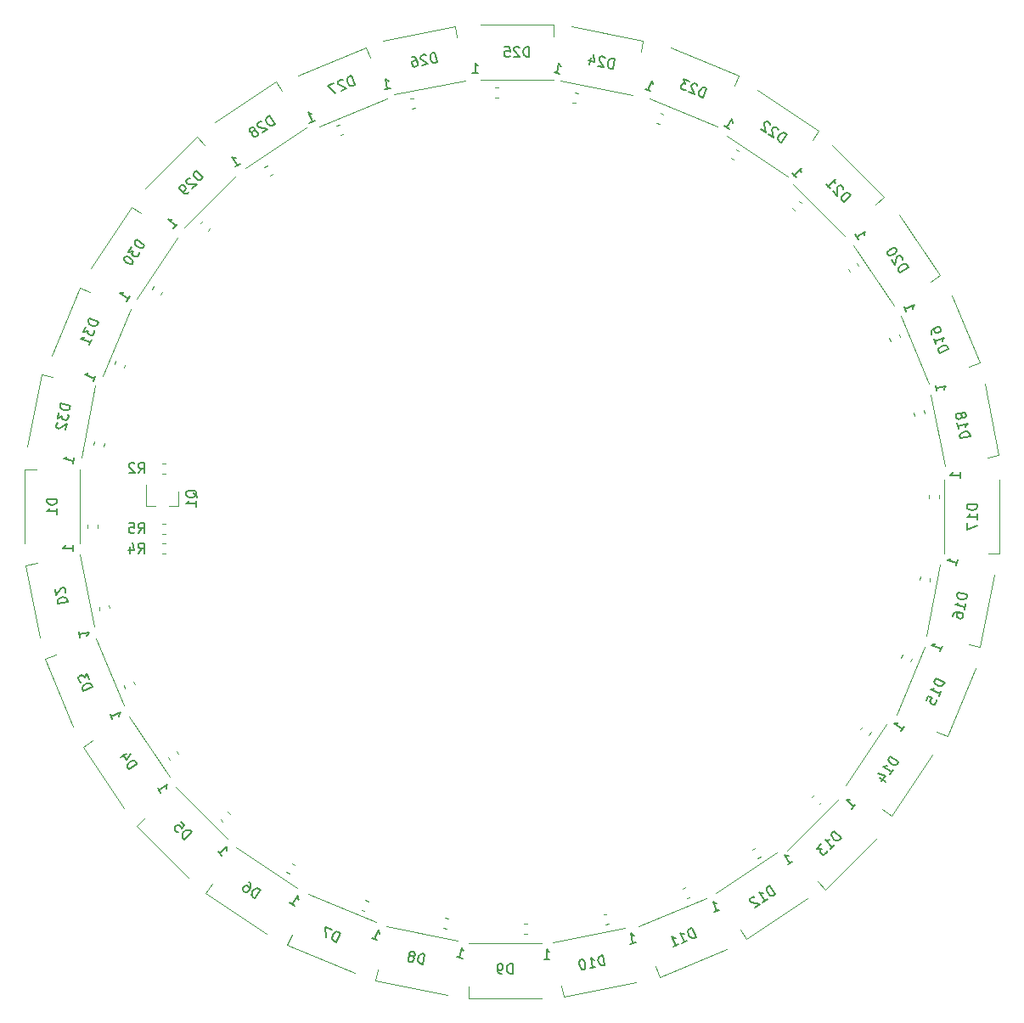
<source format=gbr>
G04 #@! TF.GenerationSoftware,KiCad,Pcbnew,(5.1.5-0-10_14)*
G04 #@! TF.CreationDate,2020-09-03T18:46:32+03:00*
G04 #@! TF.ProjectId,main,6d61696e-2e6b-4696-9361-645f70636258,rev?*
G04 #@! TF.SameCoordinates,Original*
G04 #@! TF.FileFunction,Legend,Bot*
G04 #@! TF.FilePolarity,Positive*
%FSLAX46Y46*%
G04 Gerber Fmt 4.6, Leading zero omitted, Abs format (unit mm)*
G04 Created by KiCad (PCBNEW (5.1.5-0-10_14)) date 2020-09-03 18:46:32*
%MOMM*%
%LPD*%
G04 APERTURE LIST*
%ADD10C,0.120000*%
%ADD11C,0.150000*%
G04 APERTURE END LIST*
D10*
X198150000Y-104955595D02*
X197000000Y-104955595D01*
X198150000Y-97655595D02*
X198150000Y-104955595D01*
X192650000Y-97655595D02*
X192650000Y-104955595D01*
X192109405Y-99145316D02*
X192109405Y-99470874D01*
X191089405Y-99145316D02*
X191089405Y-99470874D01*
X102603703Y-87145871D02*
X103731801Y-87369241D01*
X101185792Y-94306844D02*
X102603703Y-87145871D01*
X106581045Y-95375133D02*
X107998956Y-88214160D01*
X106417345Y-78476674D02*
X107479806Y-78916760D01*
X103623756Y-85220995D02*
X106417345Y-78476674D01*
X108705093Y-87325754D02*
X111498682Y-80581433D01*
X111616072Y-70421116D02*
X112572820Y-71059187D01*
X107565708Y-76494381D02*
X111616072Y-70421116D01*
X112141456Y-79546026D02*
X116191820Y-73472761D01*
X118095697Y-63431036D02*
X118908870Y-64244208D01*
X112933818Y-68592915D02*
X118095697Y-63431036D01*
X116822905Y-72482002D02*
X121984784Y-67320123D01*
X125984158Y-57926852D02*
X126623898Y-58882484D01*
X119917972Y-61987810D02*
X125984158Y-57926852D01*
X122977598Y-66558224D02*
X129043784Y-62497266D01*
X134968640Y-54492539D02*
X135408726Y-55555000D01*
X128224319Y-57286128D02*
X134968640Y-54492539D01*
X130329078Y-62367465D02*
X137073399Y-59573876D01*
X143821840Y-52398312D02*
X144047178Y-53526019D01*
X136663353Y-53828719D02*
X143821840Y-52398312D01*
X137741056Y-59222100D02*
X144899543Y-57791693D01*
X153670000Y-52250000D02*
X153670000Y-53400000D01*
X146370000Y-52250000D02*
X153670000Y-52250000D01*
X146370000Y-57750000D02*
X153670000Y-57750000D01*
X162609380Y-53860655D02*
X162386010Y-54988753D01*
X155448407Y-52442744D02*
X162609380Y-53860655D01*
X154380118Y-57837997D02*
X161541091Y-59255908D01*
X172132941Y-57299903D02*
X171692855Y-58362364D01*
X165388620Y-54506314D02*
X172132941Y-57299903D01*
X163283861Y-59587651D02*
X170028182Y-62381240D01*
X180102498Y-62834084D02*
X179464427Y-63790832D01*
X174029233Y-58783720D02*
X180102498Y-62834084D01*
X170977588Y-63359468D02*
X177050853Y-67409832D01*
X186586372Y-69413290D02*
X185773200Y-70226463D01*
X181424493Y-64251411D02*
X186586372Y-69413290D01*
X177535406Y-68140498D02*
X182697285Y-73302377D01*
X192240335Y-77229008D02*
X191284703Y-77868748D01*
X188179377Y-71162822D02*
X192240335Y-77229008D01*
X183608963Y-74222448D02*
X187669921Y-80288634D01*
X196164471Y-85956986D02*
X195102010Y-86397072D01*
X193370882Y-79212665D02*
X196164471Y-85956986D01*
X188289545Y-81317424D02*
X191083134Y-88061745D01*
X198086073Y-95194462D02*
X196958366Y-95419800D01*
X196655666Y-88035975D02*
X198086073Y-95194462D01*
X191262285Y-89113678D02*
X192692692Y-96272165D01*
X196217583Y-114283879D02*
X195089485Y-114060509D01*
X197635494Y-107122906D02*
X196217583Y-114283879D01*
X192240241Y-106054617D02*
X190822330Y-113215590D01*
X192936137Y-123185114D02*
X191873676Y-122745028D01*
X195729726Y-116440793D02*
X192936137Y-123185114D01*
X190648389Y-114336034D02*
X187854800Y-121080355D01*
X187390975Y-131132723D02*
X186434227Y-130494652D01*
X191441339Y-125059458D02*
X187390975Y-131132723D01*
X186865591Y-122007813D02*
X182815227Y-128081078D01*
X180815539Y-138496390D02*
X180002366Y-137683218D01*
X185977418Y-133334511D02*
X180815539Y-138496390D01*
X182088331Y-129445424D02*
X176926452Y-134607303D01*
X172938956Y-143430261D02*
X172299216Y-142474629D01*
X179005142Y-139369303D02*
X172938956Y-143430261D01*
X175945516Y-134798889D02*
X169879330Y-138859847D01*
X164243131Y-147207894D02*
X163803045Y-146145433D01*
X170987452Y-144414305D02*
X164243131Y-147207894D01*
X168882693Y-139332968D02*
X162138372Y-142126557D01*
X154708929Y-149186494D02*
X154483591Y-148058787D01*
X161867416Y-147756087D02*
X154708929Y-149186494D01*
X160789713Y-142362706D02*
X153631226Y-143793113D01*
X145198810Y-149315000D02*
X145198810Y-148165000D01*
X152498810Y-149315000D02*
X145198810Y-149315000D01*
X152498810Y-143815000D02*
X145198810Y-143815000D01*
X135907776Y-147583202D02*
X136131146Y-146455104D01*
X143068749Y-149001113D02*
X135907776Y-147583202D01*
X144137038Y-143605860D02*
X136976065Y-142187949D01*
X127128579Y-144039560D02*
X127568665Y-142977099D01*
X133872900Y-146833149D02*
X127128579Y-144039560D01*
X135977659Y-141751812D02*
X129233338Y-138958223D01*
X118967473Y-138859153D02*
X119605544Y-137902405D01*
X125040738Y-142909517D02*
X118967473Y-138859153D01*
X128092383Y-138333769D02*
X122019118Y-134283405D01*
X112132941Y-132151208D02*
X112946113Y-131338035D01*
X117294820Y-137313087D02*
X112132941Y-132151208D01*
X121183907Y-133424000D02*
X116022028Y-128262121D01*
X106768757Y-124282747D02*
X107724389Y-123643007D01*
X110829715Y-130348933D02*
X106768757Y-124282747D01*
X115400129Y-127289307D02*
X111339171Y-121223121D01*
X102999772Y-115525053D02*
X104062233Y-115084967D01*
X105793361Y-122269374D02*
X102999772Y-115525053D01*
X110874698Y-120164615D02*
X108081109Y-113420294D01*
X101041574Y-106178781D02*
X102169281Y-105953443D01*
X102471981Y-113337268D02*
X101041574Y-106178781D01*
X107865362Y-112259565D02*
X106434955Y-105101078D01*
X100971905Y-96636905D02*
X102121905Y-96636905D01*
X100971905Y-103936905D02*
X100971905Y-96636905D01*
X106471905Y-103936905D02*
X106471905Y-96636905D01*
X114649721Y-101990000D02*
X114975279Y-101990000D01*
X114649721Y-103010000D02*
X114975279Y-103010000D01*
X114649721Y-103990000D02*
X114975279Y-103990000D01*
X114649721Y-105010000D02*
X114975279Y-105010000D01*
X114649721Y-95990000D02*
X114975279Y-95990000D01*
X114649721Y-97010000D02*
X114975279Y-97010000D01*
X116230000Y-100260000D02*
X116230000Y-98800000D01*
X113070000Y-100260000D02*
X113070000Y-98100000D01*
X113070000Y-100260000D02*
X114000000Y-100260000D01*
X116230000Y-100260000D02*
X115300000Y-100260000D01*
X180380866Y-129766960D02*
X180150661Y-129997165D01*
X179659617Y-129045711D02*
X179429412Y-129275916D01*
X142998467Y-142381390D02*
X142679110Y-142318156D01*
X143196586Y-141380816D02*
X142877229Y-141317582D01*
X115420537Y-125558140D02*
X115239431Y-125287606D01*
X116268141Y-124990718D02*
X116087035Y-124720184D01*
X120683827Y-131707696D02*
X120453622Y-131477491D01*
X121405076Y-130986447D02*
X121174871Y-130756242D01*
X155782332Y-58992340D02*
X156101689Y-59055574D01*
X155584213Y-59992914D02*
X155903570Y-60056148D01*
X118468498Y-72052633D02*
X118698703Y-71822428D01*
X119189747Y-72773882D02*
X119419952Y-72543677D01*
X147837221Y-58490000D02*
X148162779Y-58490000D01*
X147837221Y-59510000D02*
X148162779Y-59510000D01*
X151064089Y-142955000D02*
X150738531Y-142955000D01*
X151064089Y-141935000D02*
X150738531Y-141935000D01*
X171904860Y-64699074D02*
X172175709Y-64879708D01*
X171338919Y-65547668D02*
X171609768Y-65728302D01*
X127309345Y-136922077D02*
X127038496Y-136741443D01*
X127875286Y-136073483D02*
X127604437Y-135892849D01*
X183925674Y-76025774D02*
X184106780Y-76296308D01*
X183078070Y-76593196D02*
X183259176Y-76863730D01*
X185309677Y-122790825D02*
X185129043Y-123061674D01*
X184461083Y-122224884D02*
X184280449Y-122495733D01*
X189383145Y-115456887D02*
X189258560Y-115757664D01*
X188440788Y-115066550D02*
X188316203Y-115367327D01*
X188105281Y-83119862D02*
X188229866Y-83420639D01*
X187162924Y-83510199D02*
X187287509Y-83810976D01*
X110958620Y-118433506D02*
X110834035Y-118132729D01*
X111900977Y-118043169D02*
X111776392Y-117742392D01*
X174309403Y-135172136D02*
X174038869Y-135353242D01*
X173741981Y-134324532D02*
X173471447Y-134505638D01*
X164312870Y-61074625D02*
X164613647Y-61199210D01*
X163922533Y-62016982D02*
X164223310Y-62141567D01*
X108417275Y-110632660D02*
X108353484Y-110313413D01*
X109417502Y-110432795D02*
X109353711Y-110113548D01*
X167233148Y-139236910D02*
X166932371Y-139361495D01*
X166842811Y-138294553D02*
X166542034Y-138419138D01*
X159159355Y-141933855D02*
X158840108Y-141997646D01*
X158959490Y-140933628D02*
X158640243Y-140997419D01*
X134833256Y-140628349D02*
X134532479Y-140503764D01*
X135223593Y-139685992D02*
X134922816Y-139561407D01*
X191229545Y-107452142D02*
X191166311Y-107771499D01*
X190228971Y-107254023D02*
X190165737Y-107573380D01*
X109871608Y-86077415D02*
X109996193Y-85776638D01*
X110813965Y-86467752D02*
X110938550Y-86166975D01*
X124852110Y-66482671D02*
X125122644Y-66301565D01*
X125419532Y-67330275D02*
X125690066Y-67149169D01*
X190583391Y-90717517D02*
X190647182Y-91036764D01*
X189583164Y-90917382D02*
X189646955Y-91236629D01*
X178191049Y-69814375D02*
X178421254Y-70044580D01*
X177469800Y-70535624D02*
X177700005Y-70765829D01*
X107827366Y-94126204D02*
X107890600Y-93806847D01*
X108827940Y-94324323D02*
X108891174Y-94004966D01*
X107211905Y-102449684D02*
X107211905Y-102124126D01*
X108231905Y-102449684D02*
X108231905Y-102124126D01*
X132032018Y-62311519D02*
X132332795Y-62186934D01*
X132422355Y-63253876D02*
X132723132Y-63129291D01*
X113625284Y-78618779D02*
X113805918Y-78347930D01*
X114473878Y-79184720D02*
X114654512Y-78913871D01*
X139367496Y-59631338D02*
X139686743Y-59567547D01*
X139567361Y-60631565D02*
X139886608Y-60567774D01*
D11*
X195907380Y-100091309D02*
X194907380Y-100091309D01*
X194907380Y-100329404D01*
X194955000Y-100472261D01*
X195050238Y-100567499D01*
X195145476Y-100615118D01*
X195335952Y-100662737D01*
X195478809Y-100662737D01*
X195669285Y-100615118D01*
X195764523Y-100567499D01*
X195859761Y-100472261D01*
X195907380Y-100329404D01*
X195907380Y-100091309D01*
X195907380Y-101615118D02*
X195907380Y-101043690D01*
X195907380Y-101329404D02*
X194907380Y-101329404D01*
X195050238Y-101234166D01*
X195145476Y-101138928D01*
X195193095Y-101043690D01*
X194907380Y-101948452D02*
X194907380Y-102615118D01*
X195907380Y-102186547D01*
X194252380Y-97441309D02*
X194252380Y-96869880D01*
X194252380Y-97155595D02*
X193252380Y-97155595D01*
X193395238Y-97060356D01*
X193490476Y-96965118D01*
X193538095Y-96869880D01*
X105503540Y-90223445D02*
X104522585Y-90029210D01*
X104476338Y-90262771D01*
X104495303Y-90412157D01*
X104570229Y-90524080D01*
X104654404Y-90589290D01*
X104832003Y-90672999D01*
X104972140Y-90700747D01*
X105168237Y-90691032D01*
X105270911Y-90662818D01*
X105382834Y-90587893D01*
X105457294Y-90457005D01*
X105503540Y-90223445D01*
X104346849Y-90916741D02*
X104226609Y-91523999D01*
X104665051Y-91271008D01*
X104637303Y-91411144D01*
X104665516Y-91513818D01*
X104702979Y-91569779D01*
X104787154Y-91634990D01*
X105020715Y-91681236D01*
X105123389Y-91653023D01*
X105179350Y-91615560D01*
X105244561Y-91531385D01*
X105300056Y-91251112D01*
X105271843Y-91148438D01*
X105234380Y-91092477D01*
X104246039Y-91916195D02*
X104190077Y-91953658D01*
X104124867Y-92037833D01*
X104078621Y-92271393D01*
X104106834Y-92374067D01*
X104144297Y-92430028D01*
X104228472Y-92495239D01*
X104321896Y-92513738D01*
X104471282Y-92494773D01*
X105142819Y-92045218D01*
X105022579Y-92652476D01*
X105744099Y-96010381D02*
X105855090Y-95449836D01*
X105799595Y-95730108D02*
X104818640Y-95535874D01*
X104977275Y-95470198D01*
X105089198Y-95395272D01*
X105154408Y-95311097D01*
X108314508Y-81898902D02*
X107390628Y-81516219D01*
X107299513Y-81736190D01*
X107288839Y-81886396D01*
X107340381Y-82010831D01*
X107410147Y-82091271D01*
X107567901Y-82208157D01*
X107699883Y-82262826D01*
X107894083Y-82291724D01*
X108000295Y-82284176D01*
X108124730Y-82232634D01*
X108223393Y-82118874D01*
X108314508Y-81898902D01*
X107044391Y-82352110D02*
X106807492Y-82924035D01*
X107287007Y-82761860D01*
X107232338Y-82893843D01*
X107239886Y-83000054D01*
X107265657Y-83062271D01*
X107335423Y-83142712D01*
X107555394Y-83233827D01*
X107661606Y-83226279D01*
X107723823Y-83200507D01*
X107804263Y-83130742D01*
X107913602Y-82866776D01*
X107906053Y-82760565D01*
X107880282Y-82698347D01*
X107366911Y-84186604D02*
X107585587Y-83658673D01*
X107476249Y-83922639D02*
X106552370Y-83539955D01*
X106720798Y-83506636D01*
X106845233Y-83455093D01*
X106925673Y-83385328D01*
X107759897Y-87784692D02*
X107978573Y-87256761D01*
X107869235Y-87520726D02*
X106945355Y-87138043D01*
X107113784Y-87104723D01*
X107238219Y-87053181D01*
X107318659Y-86983415D01*
X112912224Y-74213245D02*
X112080270Y-73658400D01*
X111948164Y-73856484D01*
X111908518Y-74001756D01*
X111934909Y-74133832D01*
X111987722Y-74226291D01*
X112119768Y-74371593D01*
X112238619Y-74450856D01*
X112423507Y-74516924D01*
X112529162Y-74530150D01*
X112661238Y-74503758D01*
X112780119Y-74411329D01*
X112912224Y-74213245D01*
X111578268Y-74411121D02*
X111234793Y-74926140D01*
X111736676Y-74860191D01*
X111657413Y-74979042D01*
X111644187Y-75084696D01*
X111657383Y-75150735D01*
X111710195Y-75243194D01*
X111908280Y-75375300D01*
X112013935Y-75388525D01*
X112079973Y-75375329D01*
X112172432Y-75322517D01*
X112330959Y-75084816D01*
X112344184Y-74979161D01*
X112330989Y-74913123D01*
X110891318Y-75441159D02*
X110838476Y-75520393D01*
X110825250Y-75626048D01*
X110838446Y-75692086D01*
X110891258Y-75784545D01*
X111023305Y-75929846D01*
X111221389Y-76061952D01*
X111406278Y-76128020D01*
X111511932Y-76141245D01*
X111577970Y-76128050D01*
X111670430Y-76075237D01*
X111723272Y-75996003D01*
X111736497Y-75890348D01*
X111723302Y-75824310D01*
X111670489Y-75731851D01*
X111538443Y-75586550D01*
X111340359Y-75454444D01*
X111155470Y-75388376D01*
X111049815Y-75375151D01*
X110983777Y-75388346D01*
X110891318Y-75441159D01*
X111125119Y-79812634D02*
X111442173Y-79337231D01*
X111283646Y-79574933D02*
X110451692Y-79020088D01*
X110623384Y-79020118D01*
X110755461Y-78993726D01*
X110847920Y-78940914D01*
X118722665Y-67502623D02*
X118015558Y-66795517D01*
X117847199Y-66963875D01*
X117779856Y-67098562D01*
X117779856Y-67233249D01*
X117813528Y-67334265D01*
X117914543Y-67502623D01*
X118015558Y-67603639D01*
X118183917Y-67704654D01*
X118284932Y-67738326D01*
X118419619Y-67738326D01*
X118554306Y-67670982D01*
X118722665Y-67502623D01*
X117409466Y-67536295D02*
X117342123Y-67536295D01*
X117241108Y-67569967D01*
X117072749Y-67738326D01*
X117039077Y-67839341D01*
X117039077Y-67906684D01*
X117072749Y-68007700D01*
X117140092Y-68075043D01*
X117274779Y-68142387D01*
X118082902Y-68142387D01*
X117645169Y-68580120D01*
X117308451Y-68916837D02*
X117173764Y-69051524D01*
X117072749Y-69085196D01*
X117005405Y-69085196D01*
X116837047Y-69051524D01*
X116668688Y-68950509D01*
X116399314Y-68681135D01*
X116365642Y-68580120D01*
X116365642Y-68512776D01*
X116399314Y-68411761D01*
X116534001Y-68277074D01*
X116635016Y-68243402D01*
X116702360Y-68243402D01*
X116803375Y-68277074D01*
X116971734Y-68445433D01*
X117005405Y-68546448D01*
X117005405Y-68613791D01*
X116971734Y-68714807D01*
X116837047Y-68849494D01*
X116736031Y-68883165D01*
X116668688Y-68883165D01*
X116567673Y-68849494D01*
X115774030Y-72544295D02*
X116178091Y-72140234D01*
X115976060Y-72342264D02*
X115268953Y-71635157D01*
X115437312Y-71668829D01*
X115571999Y-71668829D01*
X115673014Y-71635157D01*
X125875099Y-62142393D02*
X125318803Y-61311409D01*
X125120950Y-61443860D01*
X125028728Y-61562902D01*
X125002567Y-61695023D01*
X125015977Y-61800655D01*
X125082367Y-61985428D01*
X125161838Y-62104140D01*
X125307370Y-62235933D01*
X125399921Y-62288584D01*
X125532043Y-62314745D01*
X125677245Y-62274845D01*
X125875099Y-62142393D01*
X124580370Y-61920355D02*
X124514309Y-61907275D01*
X124408677Y-61920685D01*
X124210824Y-62053136D01*
X124158173Y-62145687D01*
X124145092Y-62211748D01*
X124158502Y-62317380D01*
X124211483Y-62396521D01*
X124330524Y-62488743D01*
X125123256Y-62645708D01*
X124608837Y-62990082D01*
X123816105Y-62833117D02*
X123868756Y-62740566D01*
X123881837Y-62674505D01*
X123868427Y-62568873D01*
X123841937Y-62529302D01*
X123749385Y-62476651D01*
X123683324Y-62463571D01*
X123577693Y-62476981D01*
X123419410Y-62582942D01*
X123366759Y-62675493D01*
X123353678Y-62741554D01*
X123367088Y-62847185D01*
X123393579Y-62886756D01*
X123486130Y-62939407D01*
X123552191Y-62952488D01*
X123657822Y-62939078D01*
X123816105Y-62833117D01*
X123921737Y-62819707D01*
X123987798Y-62832787D01*
X124080349Y-62885438D01*
X124186310Y-63043721D01*
X124199720Y-63149353D01*
X124186639Y-63215414D01*
X124133988Y-63307965D01*
X123975706Y-63413926D01*
X123870074Y-63427336D01*
X123804013Y-63414255D01*
X123711462Y-63361604D01*
X123605501Y-63203322D01*
X123592091Y-63097690D01*
X123605171Y-63031629D01*
X123657822Y-62939078D01*
X121936598Y-66415603D02*
X122411446Y-66097719D01*
X122174022Y-66256661D02*
X121617726Y-65425677D01*
X121776339Y-65491408D01*
X121908461Y-65517569D01*
X122014092Y-65504159D01*
X133890255Y-58253917D02*
X133507571Y-57330037D01*
X133287600Y-57421153D01*
X133173840Y-57519816D01*
X133122298Y-57644250D01*
X133114750Y-57750462D01*
X133143648Y-57944662D01*
X133198317Y-58076645D01*
X133315203Y-58234399D01*
X133395643Y-58304164D01*
X133520078Y-58355707D01*
X133670284Y-58345032D01*
X133890255Y-58253917D01*
X132664132Y-57782486D02*
X132601915Y-57756715D01*
X132495703Y-57749167D01*
X132275732Y-57840282D01*
X132205967Y-57920722D01*
X132180195Y-57982940D01*
X132172647Y-58089151D01*
X132209093Y-58177140D01*
X132307756Y-58290899D01*
X133054364Y-58600154D01*
X132482438Y-58837054D01*
X131791795Y-58040735D02*
X131175876Y-58295858D01*
X131954507Y-59055730D01*
X129336205Y-62023628D02*
X129864136Y-61804952D01*
X129600170Y-61914290D02*
X129217487Y-60990410D01*
X129360144Y-61085947D01*
X129484579Y-61137490D01*
X129590790Y-61145038D01*
X142056917Y-55996270D02*
X141860971Y-55015656D01*
X141627491Y-55062309D01*
X141496734Y-55136998D01*
X141422004Y-55249051D01*
X141393970Y-55351774D01*
X141384597Y-55547888D01*
X141412589Y-55687976D01*
X141496608Y-55865429D01*
X141561966Y-55949490D01*
X141674019Y-56024221D01*
X141823437Y-56042924D01*
X142056917Y-55996270D01*
X140945714Y-55295663D02*
X140889687Y-55258298D01*
X140786964Y-55230263D01*
X140553485Y-55276917D01*
X140469424Y-55342275D01*
X140432059Y-55398301D01*
X140404024Y-55501024D01*
X140422686Y-55594416D01*
X140497374Y-55725173D01*
X141169694Y-56173555D01*
X140562647Y-56294855D01*
X139526174Y-55482194D02*
X139712958Y-55444871D01*
X139815681Y-55472905D01*
X139871707Y-55510271D01*
X139993091Y-55631697D01*
X140077111Y-55809150D01*
X140151757Y-56182717D01*
X140123722Y-56285440D01*
X140086357Y-56341467D01*
X140002296Y-56406824D01*
X139815512Y-56444147D01*
X139712790Y-56416113D01*
X139656763Y-56378748D01*
X139591405Y-56294687D01*
X139544752Y-56061207D01*
X139572786Y-55958484D01*
X139610151Y-55902457D01*
X139694212Y-55837100D01*
X139880996Y-55799777D01*
X139983719Y-55827811D01*
X140039745Y-55865177D01*
X140105103Y-55949238D01*
X136833877Y-58691962D02*
X137394228Y-58579992D01*
X137114053Y-58635977D02*
X136918107Y-57655362D01*
X137039491Y-57776789D01*
X137151544Y-57851519D01*
X137254267Y-57879553D01*
X151234285Y-55452380D02*
X151234285Y-54452380D01*
X150996190Y-54452380D01*
X150853333Y-54500000D01*
X150758095Y-54595238D01*
X150710476Y-54690476D01*
X150662857Y-54880952D01*
X150662857Y-55023809D01*
X150710476Y-55214285D01*
X150758095Y-55309523D01*
X150853333Y-55404761D01*
X150996190Y-55452380D01*
X151234285Y-55452380D01*
X150281904Y-54547619D02*
X150234285Y-54500000D01*
X150139047Y-54452380D01*
X149900952Y-54452380D01*
X149805714Y-54500000D01*
X149758095Y-54547619D01*
X149710476Y-54642857D01*
X149710476Y-54738095D01*
X149758095Y-54880952D01*
X150329523Y-55452380D01*
X149710476Y-55452380D01*
X148805714Y-54452380D02*
X149281904Y-54452380D01*
X149329523Y-54928571D01*
X149281904Y-54880952D01*
X149186666Y-54833333D01*
X148948571Y-54833333D01*
X148853333Y-54880952D01*
X148805714Y-54928571D01*
X148758095Y-55023809D01*
X148758095Y-55261904D01*
X148805714Y-55357142D01*
X148853333Y-55404761D01*
X148948571Y-55452380D01*
X149186666Y-55452380D01*
X149281904Y-55404761D01*
X149329523Y-55357142D01*
X145584285Y-57052380D02*
X146155714Y-57052380D01*
X145870000Y-57052380D02*
X145870000Y-56052380D01*
X145965238Y-56195238D01*
X146060476Y-56290476D01*
X146155714Y-56338095D01*
X159574732Y-56646662D02*
X159768967Y-55665707D01*
X159535406Y-55619460D01*
X159386020Y-55638425D01*
X159274097Y-55713351D01*
X159208887Y-55797526D01*
X159125178Y-55975125D01*
X159097430Y-56115262D01*
X159107145Y-56311359D01*
X159135359Y-56414033D01*
X159210284Y-56525956D01*
X159341172Y-56600416D01*
X159574732Y-56646662D01*
X158816225Y-55574146D02*
X158778762Y-55518185D01*
X158694587Y-55452974D01*
X158461027Y-55406728D01*
X158358353Y-55434941D01*
X158302392Y-55472404D01*
X158237181Y-55556579D01*
X158218682Y-55650004D01*
X158237647Y-55799389D01*
X158687202Y-56470926D01*
X158079944Y-56350686D01*
X157368614Y-55530229D02*
X157239125Y-56184199D01*
X157676169Y-55202778D02*
X157770991Y-55949707D01*
X157163733Y-55829466D01*
X153744869Y-57001051D02*
X154305414Y-57112042D01*
X154025142Y-57056547D02*
X154219376Y-56075592D01*
X154285052Y-56234227D01*
X154359978Y-56346150D01*
X154444153Y-56411360D01*
X168565292Y-59548140D02*
X168947975Y-58624260D01*
X168728004Y-58533145D01*
X168577798Y-58522471D01*
X168453363Y-58574013D01*
X168372923Y-58643779D01*
X168256037Y-58801533D01*
X168201368Y-58933515D01*
X168172470Y-59127715D01*
X168180018Y-59233927D01*
X168231560Y-59358362D01*
X168345320Y-59457025D01*
X168565292Y-59548140D01*
X168031644Y-58347789D02*
X168005872Y-58285571D01*
X167936107Y-58205131D01*
X167716136Y-58114016D01*
X167609924Y-58121564D01*
X167547707Y-58147335D01*
X167467266Y-58217101D01*
X167430820Y-58305089D01*
X167420146Y-58455295D01*
X167729401Y-59201903D01*
X167157475Y-58965003D01*
X167232199Y-57913563D02*
X166660273Y-57676663D01*
X166822449Y-58156179D01*
X166690466Y-58101510D01*
X166584255Y-58109058D01*
X166522037Y-58134829D01*
X166441597Y-58204595D01*
X166350482Y-58424566D01*
X166358030Y-58530777D01*
X166383801Y-58592995D01*
X166453567Y-58673435D01*
X166717532Y-58782773D01*
X166823744Y-58775225D01*
X166885961Y-58749454D01*
X162824922Y-58642455D02*
X163352853Y-58861131D01*
X163088888Y-58751793D02*
X163471571Y-57827913D01*
X163504891Y-57996342D01*
X163556433Y-58120777D01*
X163626199Y-58201217D01*
X176376949Y-64030401D02*
X176931794Y-63198447D01*
X176733710Y-63066341D01*
X176588438Y-63026695D01*
X176456362Y-63053086D01*
X176363903Y-63105899D01*
X176218601Y-63237945D01*
X176139338Y-63356796D01*
X176073270Y-63541684D01*
X176060044Y-63647339D01*
X176086436Y-63779415D01*
X176178865Y-63898296D01*
X176376949Y-64030401D01*
X176086614Y-62749258D02*
X176073419Y-62683220D01*
X176020606Y-62590760D01*
X175822522Y-62458655D01*
X175716867Y-62445429D01*
X175650829Y-62458625D01*
X175558370Y-62511437D01*
X175505527Y-62590671D01*
X175465881Y-62735943D01*
X175624229Y-63528399D01*
X175109210Y-63184924D01*
X175294277Y-62220834D02*
X175281081Y-62154796D01*
X175228269Y-62062337D01*
X175030184Y-61930231D01*
X174924530Y-61917006D01*
X174858492Y-61930202D01*
X174766032Y-61983014D01*
X174713190Y-62062248D01*
X174673543Y-62207520D01*
X174831892Y-62999976D01*
X174316873Y-62656501D01*
X170710979Y-62343131D02*
X171186382Y-62660185D01*
X170948680Y-62501658D02*
X171503525Y-61669704D01*
X171503495Y-61841396D01*
X171529887Y-61973473D01*
X171582699Y-62065932D01*
X182613779Y-69941263D02*
X183320885Y-69234156D01*
X183152527Y-69065797D01*
X183017840Y-68998454D01*
X182883153Y-68998454D01*
X182782137Y-69032126D01*
X182613779Y-69133141D01*
X182512763Y-69234156D01*
X182411748Y-69402515D01*
X182378076Y-69503530D01*
X182378076Y-69638217D01*
X182445420Y-69772904D01*
X182613779Y-69941263D01*
X182580107Y-68628064D02*
X182580107Y-68560721D01*
X182546435Y-68459706D01*
X182378076Y-68291347D01*
X182277061Y-68257675D01*
X182209718Y-68257675D01*
X182108702Y-68291347D01*
X182041359Y-68358690D01*
X181974015Y-68493377D01*
X181974015Y-69301500D01*
X181536282Y-68863767D01*
X180862847Y-68190332D02*
X181266908Y-68594393D01*
X181064878Y-68392362D02*
X181771985Y-67685255D01*
X181738313Y-67853614D01*
X181738313Y-67988301D01*
X181771985Y-68089316D01*
X177473112Y-67091623D02*
X177877173Y-67495684D01*
X177675143Y-67293653D02*
X178382250Y-66586546D01*
X178348578Y-66754905D01*
X178348578Y-66889592D01*
X178382250Y-66990607D01*
X188224229Y-76986438D02*
X189055213Y-76430142D01*
X188922762Y-76232289D01*
X188803720Y-76140067D01*
X188671599Y-76113906D01*
X188565967Y-76127316D01*
X188381194Y-76193706D01*
X188262482Y-76273177D01*
X188130689Y-76418709D01*
X188078038Y-76511260D01*
X188051877Y-76643382D01*
X188091777Y-76788584D01*
X188224229Y-76986438D01*
X188446267Y-75691709D02*
X188459347Y-75625648D01*
X188445937Y-75520016D01*
X188313486Y-75322163D01*
X188220935Y-75269512D01*
X188154874Y-75256431D01*
X188049242Y-75269841D01*
X187970101Y-75322822D01*
X187877879Y-75441863D01*
X187720914Y-76234595D01*
X187376540Y-75720176D01*
X187863151Y-74649461D02*
X187810171Y-74570320D01*
X187717619Y-74517669D01*
X187651558Y-74504588D01*
X187545927Y-74517998D01*
X187361154Y-74584388D01*
X187163300Y-74716840D01*
X187031508Y-74862371D01*
X186978857Y-74954923D01*
X186965776Y-75020984D01*
X186979186Y-75126615D01*
X187032167Y-75205757D01*
X187124718Y-75258408D01*
X187190779Y-75271488D01*
X187296411Y-75258078D01*
X187481184Y-75191688D01*
X187679037Y-75059237D01*
X187810830Y-74913705D01*
X187863481Y-74821154D01*
X187876561Y-74755093D01*
X187863151Y-74649461D01*
X183751583Y-73181448D02*
X184069467Y-73656296D01*
X183910525Y-73418872D02*
X184741509Y-72862576D01*
X184675778Y-73021189D01*
X184649617Y-73153311D01*
X184663027Y-73258942D01*
X192162883Y-84978099D02*
X193086763Y-84595415D01*
X192995647Y-84375444D01*
X192896984Y-84261684D01*
X192772550Y-84210142D01*
X192666338Y-84202594D01*
X192472138Y-84231492D01*
X192340155Y-84286161D01*
X192182401Y-84403047D01*
X192112636Y-84483487D01*
X192061093Y-84607922D01*
X192071768Y-84758128D01*
X192162883Y-84978099D01*
X191579746Y-83570282D02*
X191798423Y-84098214D01*
X191689084Y-83834248D02*
X192612964Y-83451565D01*
X192517427Y-83594222D01*
X192465885Y-83718657D01*
X192458337Y-83824868D01*
X191397516Y-83130340D02*
X191324624Y-82954363D01*
X191332172Y-82848151D01*
X191357944Y-82785934D01*
X191453480Y-82643276D01*
X191611234Y-82526390D01*
X191963188Y-82380606D01*
X192069400Y-82388154D01*
X192131617Y-82413925D01*
X192212058Y-82483691D01*
X192284950Y-82659668D01*
X192277401Y-82765879D01*
X192251630Y-82828097D01*
X192181865Y-82908537D01*
X191961893Y-82999652D01*
X191855682Y-82992104D01*
X191793465Y-82966333D01*
X191713024Y-82896567D01*
X191640132Y-82720590D01*
X191647680Y-82614379D01*
X191673452Y-82552161D01*
X191743217Y-82471721D01*
X188633381Y-80324551D02*
X188852057Y-80852482D01*
X188742719Y-80588516D02*
X189666599Y-80205833D01*
X189571062Y-80348490D01*
X189519519Y-80472925D01*
X189511971Y-80579136D01*
X194233154Y-93480485D02*
X195213768Y-93284539D01*
X195167115Y-93051059D01*
X195092426Y-92920302D01*
X194980373Y-92845572D01*
X194877650Y-92817538D01*
X194681536Y-92808165D01*
X194541448Y-92836157D01*
X194363995Y-92920176D01*
X194279934Y-92985534D01*
X194205203Y-93097587D01*
X194186500Y-93247005D01*
X194233154Y-93480485D01*
X193934569Y-91986215D02*
X194046538Y-92546566D01*
X193990554Y-92266391D02*
X194971168Y-92070445D01*
X194849742Y-92191829D01*
X194775012Y-92303882D01*
X194746977Y-92406605D01*
X194382951Y-91313895D02*
X194448309Y-91397956D01*
X194504335Y-91435321D01*
X194607058Y-91463355D01*
X194653754Y-91454025D01*
X194737815Y-91388667D01*
X194775180Y-91332640D01*
X194803215Y-91229918D01*
X194765891Y-91043134D01*
X194700534Y-90959073D01*
X194644507Y-90921708D01*
X194541785Y-90893673D01*
X194495089Y-90903004D01*
X194411028Y-90968362D01*
X194373662Y-91024388D01*
X194345628Y-91127111D01*
X194382951Y-91313895D01*
X194354917Y-91416617D01*
X194317552Y-91472644D01*
X194233490Y-91538002D01*
X194046707Y-91575325D01*
X193943984Y-91547290D01*
X193887957Y-91509925D01*
X193822600Y-91425864D01*
X193785277Y-91239080D01*
X193813311Y-91136358D01*
X193850676Y-91080331D01*
X193934737Y-91014973D01*
X194121521Y-90977650D01*
X194224244Y-91005685D01*
X194280271Y-91043050D01*
X194345628Y-91127111D01*
X191792422Y-88206499D02*
X191904392Y-88766850D01*
X191848407Y-88486675D02*
X192829022Y-88290729D01*
X192707595Y-88412113D01*
X192632865Y-88524166D01*
X192604831Y-88626889D01*
X194928152Y-109069841D02*
X193947197Y-108875606D01*
X193900950Y-109109167D01*
X193919915Y-109258553D01*
X193994841Y-109370476D01*
X194079016Y-109435686D01*
X194256615Y-109519395D01*
X194396752Y-109547143D01*
X194592849Y-109537428D01*
X194695523Y-109509214D01*
X194807446Y-109434289D01*
X194881906Y-109303401D01*
X194928152Y-109069841D01*
X194632176Y-110564629D02*
X194743167Y-110004084D01*
X194687671Y-110284356D02*
X193706716Y-110090122D01*
X193865351Y-110024446D01*
X193977274Y-109949520D01*
X194042485Y-109865345D01*
X193484734Y-111211214D02*
X193521731Y-111024365D01*
X193586942Y-110940190D01*
X193642903Y-110902727D01*
X193801538Y-110837051D01*
X193997636Y-110827336D01*
X194371333Y-110901330D01*
X194455508Y-110966540D01*
X194492971Y-111022502D01*
X194521185Y-111125175D01*
X194484188Y-111312024D01*
X194418977Y-111396199D01*
X194363016Y-111433662D01*
X194260342Y-111461875D01*
X194026781Y-111415629D01*
X193942606Y-111350418D01*
X193905143Y-111294457D01*
X193876930Y-111191783D01*
X193913927Y-111004935D01*
X193979137Y-110920760D01*
X194035099Y-110883297D01*
X194137772Y-110855083D01*
X193853725Y-106155649D02*
X193964716Y-105595104D01*
X193909221Y-105875376D02*
X192928266Y-105681142D01*
X193086901Y-105615466D01*
X193198824Y-105540540D01*
X193264034Y-105456365D01*
X192674895Y-117811838D02*
X191751015Y-117429155D01*
X191659900Y-117649126D01*
X191649226Y-117799332D01*
X191700768Y-117923767D01*
X191770534Y-118004207D01*
X191928288Y-118121093D01*
X192060270Y-118175762D01*
X192254470Y-118204660D01*
X192360682Y-118197112D01*
X192485117Y-118145570D01*
X192583780Y-118031810D01*
X192674895Y-117811838D01*
X192091758Y-119219655D02*
X192310435Y-118691724D01*
X192201096Y-118955689D02*
X191277217Y-118573006D01*
X191445646Y-118539686D01*
X191570080Y-118488144D01*
X191650521Y-118418378D01*
X190821641Y-119672862D02*
X191003872Y-119232920D01*
X191462037Y-119371156D01*
X191399820Y-119396927D01*
X191319380Y-119466693D01*
X191228265Y-119686664D01*
X191235813Y-119792875D01*
X191261584Y-119855093D01*
X191331350Y-119935533D01*
X191551321Y-120026648D01*
X191657532Y-120019100D01*
X191719750Y-119993329D01*
X191800190Y-119923563D01*
X191891305Y-119703592D01*
X191883757Y-119597380D01*
X191857986Y-119535163D01*
X192210799Y-114751264D02*
X192429475Y-114223333D01*
X192320137Y-114487298D02*
X191396257Y-114104615D01*
X191564686Y-114071295D01*
X191689121Y-114019753D01*
X191769561Y-113949987D01*
X188078548Y-125744458D02*
X187246594Y-125189613D01*
X187114488Y-125387697D01*
X187074842Y-125532969D01*
X187101233Y-125665045D01*
X187154046Y-125757504D01*
X187286092Y-125902806D01*
X187404943Y-125982069D01*
X187589831Y-126048137D01*
X187695486Y-126061363D01*
X187827562Y-126034971D01*
X187946443Y-125942542D01*
X188078548Y-125744458D01*
X187233071Y-127012197D02*
X187550125Y-126536795D01*
X187391598Y-126774496D02*
X186559644Y-126219652D01*
X186731337Y-126219681D01*
X186863413Y-126193290D01*
X186955872Y-126140477D01*
X186202854Y-127355404D02*
X186757490Y-127725301D01*
X186018025Y-126945951D02*
X186744384Y-127144184D01*
X186400909Y-127659203D01*
X188317594Y-122718609D02*
X188634648Y-122243206D01*
X188476121Y-122480908D02*
X187644167Y-121926063D01*
X187815859Y-121926093D01*
X187947936Y-121899701D01*
X188040395Y-121846889D01*
X182347603Y-133375589D02*
X181640496Y-132668483D01*
X181472137Y-132836841D01*
X181404794Y-132971528D01*
X181404794Y-133106215D01*
X181438466Y-133207231D01*
X181539481Y-133375589D01*
X181640496Y-133476605D01*
X181808855Y-133577620D01*
X181909870Y-133611292D01*
X182044557Y-133611292D01*
X182179244Y-133543948D01*
X182347603Y-133375589D01*
X181270107Y-134453086D02*
X181674168Y-134049025D01*
X181472137Y-134251055D02*
X180765030Y-133543948D01*
X180933389Y-133577620D01*
X181068076Y-133577620D01*
X181169092Y-133543948D01*
X180327298Y-133981681D02*
X179889565Y-134419414D01*
X180394641Y-134453086D01*
X180293626Y-134554101D01*
X180259954Y-134655116D01*
X180259954Y-134722460D01*
X180293626Y-134823475D01*
X180461985Y-134991834D01*
X180563000Y-135025505D01*
X180630343Y-135025505D01*
X180731359Y-134991834D01*
X180933389Y-134789803D01*
X180967061Y-134688788D01*
X180967061Y-134621444D01*
X183372908Y-130426955D02*
X183776969Y-130022894D01*
X183574938Y-130224924D02*
X182867831Y-129517817D01*
X183036190Y-129551489D01*
X183170877Y-129551489D01*
X183271892Y-129517817D01*
X175780827Y-138931332D02*
X175224531Y-138100348D01*
X175026678Y-138232799D01*
X174934456Y-138351841D01*
X174908295Y-138483962D01*
X174921705Y-138589594D01*
X174988095Y-138774367D01*
X175067566Y-138893079D01*
X175213098Y-139024872D01*
X175305649Y-139077523D01*
X175437771Y-139103684D01*
X175582973Y-139063784D01*
X175780827Y-138931332D01*
X174514565Y-139779021D02*
X174989413Y-139461138D01*
X174751989Y-139620079D02*
X174195693Y-138789095D01*
X174354305Y-138854826D01*
X174486427Y-138880987D01*
X174592059Y-138867577D01*
X173694684Y-139239100D02*
X173628623Y-139226019D01*
X173522991Y-139239429D01*
X173325138Y-139371881D01*
X173272487Y-139464432D01*
X173259406Y-139530493D01*
X173272816Y-139636124D01*
X173325797Y-139715266D01*
X173444838Y-139807488D01*
X174237570Y-139964453D01*
X173723151Y-140308826D01*
X177014982Y-136011236D02*
X177489830Y-135693352D01*
X177252406Y-135852294D02*
X176696110Y-135021310D01*
X176854723Y-135087041D01*
X176986845Y-135113202D01*
X177092476Y-135099792D01*
X167865538Y-143242167D02*
X167482854Y-142318287D01*
X167262883Y-142409403D01*
X167149123Y-142508066D01*
X167097581Y-142632500D01*
X167090033Y-142738712D01*
X167118931Y-142932912D01*
X167173600Y-143064895D01*
X167290486Y-143222649D01*
X167370926Y-143292414D01*
X167495361Y-143343957D01*
X167645567Y-143333282D01*
X167865538Y-143242167D01*
X166457721Y-143825304D02*
X166985653Y-143606627D01*
X166721687Y-143715966D02*
X166339004Y-142792086D01*
X166481661Y-142887623D01*
X166606096Y-142939165D01*
X166712307Y-142946713D01*
X165577836Y-144189764D02*
X166105767Y-143971088D01*
X165841802Y-144080426D02*
X165459118Y-143156546D01*
X165601776Y-143252083D01*
X165726211Y-143303626D01*
X165832422Y-143311174D01*
X169693872Y-140731371D02*
X170221803Y-140512695D01*
X169957837Y-140622033D02*
X169575154Y-139698153D01*
X169717811Y-139793690D01*
X169842246Y-139845233D01*
X169948457Y-139852781D01*
X158793361Y-146027303D02*
X158597415Y-145046689D01*
X158363935Y-145093342D01*
X158233178Y-145168031D01*
X158158448Y-145280084D01*
X158130414Y-145382807D01*
X158121041Y-145578921D01*
X158149033Y-145719009D01*
X158233052Y-145896462D01*
X158298410Y-145980523D01*
X158410463Y-146055254D01*
X158559881Y-146073957D01*
X158793361Y-146027303D01*
X157299091Y-146325888D02*
X157859442Y-146213919D01*
X157579267Y-146269903D02*
X157383321Y-145289289D01*
X157504705Y-145410715D01*
X157616758Y-145485445D01*
X157719481Y-145513480D01*
X156496098Y-145466573D02*
X156402706Y-145485235D01*
X156318645Y-145550592D01*
X156281280Y-145606619D01*
X156253245Y-145709342D01*
X156243873Y-145905456D01*
X156290526Y-146138936D01*
X156374545Y-146316389D01*
X156439903Y-146400450D01*
X156495930Y-146437815D01*
X156598652Y-146465849D01*
X156692044Y-146447188D01*
X156776105Y-146381830D01*
X156813470Y-146325804D01*
X156841505Y-146223081D01*
X156850878Y-146026967D01*
X156804224Y-145793487D01*
X156720205Y-145616034D01*
X156654847Y-145531973D01*
X156598821Y-145494608D01*
X156496098Y-145466573D01*
X161313824Y-143892036D02*
X161874175Y-143780066D01*
X161594000Y-143836051D02*
X161398054Y-142855436D01*
X161519438Y-142976863D01*
X161631491Y-143051593D01*
X161734214Y-143079627D01*
X149586905Y-146897380D02*
X149586905Y-145897380D01*
X149348810Y-145897380D01*
X149205952Y-145945000D01*
X149110714Y-146040238D01*
X149063095Y-146135476D01*
X149015476Y-146325952D01*
X149015476Y-146468809D01*
X149063095Y-146659285D01*
X149110714Y-146754523D01*
X149205952Y-146849761D01*
X149348810Y-146897380D01*
X149586905Y-146897380D01*
X148539286Y-146897380D02*
X148348810Y-146897380D01*
X148253571Y-146849761D01*
X148205952Y-146802142D01*
X148110714Y-146659285D01*
X148063095Y-146468809D01*
X148063095Y-146087857D01*
X148110714Y-145992619D01*
X148158333Y-145945000D01*
X148253571Y-145897380D01*
X148444048Y-145897380D01*
X148539286Y-145945000D01*
X148586905Y-145992619D01*
X148634524Y-146087857D01*
X148634524Y-146325952D01*
X148586905Y-146421190D01*
X148539286Y-146468809D01*
X148444048Y-146516428D01*
X148253571Y-146516428D01*
X148158333Y-146468809D01*
X148110714Y-146421190D01*
X148063095Y-146325952D01*
X152713095Y-145417380D02*
X153284524Y-145417380D01*
X152998810Y-145417380D02*
X152998810Y-144417380D01*
X153094048Y-144560238D01*
X153189286Y-144655476D01*
X153284524Y-144703095D01*
X140626717Y-145930691D02*
X140820951Y-144949736D01*
X140587391Y-144903490D01*
X140438005Y-144922454D01*
X140326082Y-144997380D01*
X140260871Y-145081555D01*
X140177162Y-145259155D01*
X140149414Y-145399291D01*
X140159130Y-145595389D01*
X140187343Y-145698062D01*
X140262269Y-145809985D01*
X140393156Y-145884445D01*
X140626717Y-145930691D01*
X139616616Y-145148163D02*
X139719290Y-145119950D01*
X139775251Y-145082487D01*
X139840462Y-144998312D01*
X139849711Y-144951600D01*
X139821498Y-144848926D01*
X139784035Y-144792965D01*
X139699860Y-144727754D01*
X139513011Y-144690757D01*
X139410337Y-144718971D01*
X139354376Y-144756434D01*
X139289165Y-144840609D01*
X139279916Y-144887321D01*
X139308130Y-144989994D01*
X139345593Y-145045956D01*
X139429768Y-145111166D01*
X139616616Y-145148163D01*
X139700791Y-145213374D01*
X139738254Y-145269336D01*
X139766468Y-145372009D01*
X139729471Y-145558858D01*
X139664260Y-145643033D01*
X139608299Y-145680496D01*
X139505625Y-145708709D01*
X139318777Y-145671712D01*
X139234602Y-145606502D01*
X139197139Y-145550540D01*
X139168925Y-145447867D01*
X139205922Y-145261018D01*
X139271133Y-145176843D01*
X139327094Y-145139380D01*
X139429768Y-145111166D01*
X144036005Y-145219344D02*
X144596550Y-145330335D01*
X144316278Y-145274840D02*
X144510512Y-144293885D01*
X144576188Y-144452520D01*
X144651114Y-144564443D01*
X144735289Y-144629653D01*
X132008335Y-143725431D02*
X132391018Y-142801551D01*
X132171047Y-142710436D01*
X132020841Y-142699761D01*
X131896407Y-142751304D01*
X131815966Y-142821069D01*
X131699080Y-142978823D01*
X131644411Y-143110806D01*
X131615513Y-143305006D01*
X131623061Y-143411218D01*
X131674604Y-143535652D01*
X131788364Y-143634316D01*
X132008335Y-143725431D01*
X131555127Y-142455314D02*
X130939208Y-142200192D01*
X130952473Y-143288078D01*
X135562428Y-143314222D02*
X136090359Y-143532898D01*
X135826394Y-143423560D02*
X136209077Y-142499680D01*
X136242397Y-142668109D01*
X136293939Y-142792544D01*
X136363705Y-142872984D01*
X123892988Y-139382349D02*
X124447832Y-138550395D01*
X124249748Y-138418289D01*
X124104476Y-138378642D01*
X123972400Y-138405034D01*
X123879941Y-138457846D01*
X123734639Y-138589892D01*
X123655376Y-138708743D01*
X123589308Y-138893632D01*
X123576083Y-138999287D01*
X123602474Y-139131363D01*
X123694904Y-139250243D01*
X123892988Y-139382349D01*
X123259326Y-137757760D02*
X123417794Y-137863444D01*
X123470606Y-137955904D01*
X123483802Y-138021942D01*
X123483772Y-138193634D01*
X123417705Y-138378523D01*
X123206335Y-138695458D01*
X123113876Y-138748271D01*
X123047838Y-138761466D01*
X122942183Y-138748241D01*
X122783716Y-138642556D01*
X122730903Y-138550097D01*
X122717707Y-138484059D01*
X122730933Y-138378404D01*
X122863039Y-138180320D01*
X122955498Y-138127507D01*
X123021536Y-138114311D01*
X123127191Y-138127537D01*
X123285658Y-138233222D01*
X123338471Y-138325681D01*
X123351666Y-138391719D01*
X123338441Y-138497374D01*
X127381586Y-139785772D02*
X127856989Y-140102826D01*
X127619287Y-139944299D02*
X128174132Y-139112345D01*
X128174102Y-139284037D01*
X128200494Y-139416114D01*
X128253306Y-139508573D01*
X116888738Y-133487976D02*
X117595845Y-132780870D01*
X117427486Y-132612511D01*
X117292799Y-132545167D01*
X117158112Y-132545167D01*
X117057097Y-132578839D01*
X116888738Y-132679854D01*
X116787723Y-132780870D01*
X116686708Y-132949228D01*
X116653036Y-133050244D01*
X116653036Y-133184931D01*
X116720379Y-133319618D01*
X116888738Y-133487976D01*
X116552020Y-131737045D02*
X116888738Y-132073763D01*
X116585692Y-132444152D01*
X116585692Y-132376808D01*
X116552020Y-132275793D01*
X116383662Y-132107434D01*
X116282646Y-132073763D01*
X116215303Y-132073763D01*
X116114288Y-132107434D01*
X115945929Y-132275793D01*
X115912257Y-132376808D01*
X115912257Y-132444152D01*
X115945929Y-132545167D01*
X116114288Y-132713526D01*
X116215303Y-132747198D01*
X116282646Y-132747198D01*
X120202375Y-134708577D02*
X120606436Y-135112638D01*
X120404406Y-134910607D02*
X121111513Y-134203500D01*
X121077841Y-134371859D01*
X121077841Y-134506546D01*
X121111513Y-134607561D01*
X111318556Y-126517519D02*
X112149541Y-125961223D01*
X112017089Y-125763370D01*
X111898048Y-125671148D01*
X111765926Y-125644987D01*
X111660294Y-125658397D01*
X111475521Y-125724787D01*
X111356809Y-125804258D01*
X111225017Y-125949790D01*
X111172365Y-126042341D01*
X111146205Y-126174463D01*
X111186105Y-126319665D01*
X111318556Y-126517519D01*
X111077838Y-124959534D02*
X110523848Y-125330398D01*
X111526855Y-124945466D02*
X111065746Y-125540673D01*
X110721372Y-125026254D01*
X114187781Y-128358773D02*
X114505665Y-128833621D01*
X114346723Y-128596197D02*
X115177707Y-128039901D01*
X115111976Y-128198514D01*
X115085815Y-128330636D01*
X115099225Y-128436267D01*
X106801746Y-118699863D02*
X107725625Y-118317180D01*
X107634510Y-118097209D01*
X107535847Y-117983449D01*
X107411412Y-117931906D01*
X107305201Y-117924358D01*
X107111001Y-117953256D01*
X106979018Y-118007925D01*
X106821264Y-118124811D01*
X106751498Y-118205252D01*
X106699956Y-118329686D01*
X106710631Y-118479892D01*
X106801746Y-118699863D01*
X107379388Y-117481289D02*
X107142489Y-116909363D01*
X106918096Y-117363107D01*
X106863427Y-117231125D01*
X106782986Y-117161359D01*
X106720769Y-117135588D01*
X106614558Y-117128040D01*
X106394586Y-117219155D01*
X106324821Y-117299595D01*
X106299049Y-117361812D01*
X106291501Y-117468024D01*
X106400839Y-117731989D01*
X106481280Y-117801755D01*
X106543497Y-117827526D01*
X109476294Y-120975794D02*
X109694970Y-121503725D01*
X109585632Y-121239759D02*
X110509512Y-120857076D01*
X110413975Y-120999733D01*
X110362432Y-121124168D01*
X110354884Y-121230379D01*
X104272157Y-110008088D02*
X105252772Y-109812142D01*
X105206118Y-109578662D01*
X105131430Y-109447905D01*
X105019376Y-109373175D01*
X104916654Y-109345140D01*
X104720539Y-109335767D01*
X104580451Y-109363760D01*
X104402998Y-109447779D01*
X104318937Y-109513136D01*
X104244207Y-109625190D01*
X104225503Y-109774608D01*
X104272157Y-110008088D01*
X104972764Y-108896884D02*
X105010130Y-108840858D01*
X105038164Y-108738135D01*
X104991510Y-108504655D01*
X104926153Y-108420594D01*
X104870126Y-108383229D01*
X104767403Y-108355195D01*
X104674011Y-108373856D01*
X104543254Y-108448545D01*
X104094872Y-109120865D01*
X103973572Y-108513818D01*
X106336031Y-112783676D02*
X106448001Y-113344027D01*
X106392016Y-113063852D02*
X107372631Y-112867906D01*
X107251204Y-112989290D01*
X107176474Y-113101343D01*
X107148440Y-113204066D01*
X104174285Y-99548809D02*
X103174285Y-99548809D01*
X103174285Y-99786905D01*
X103221905Y-99929762D01*
X103317143Y-100025000D01*
X103412381Y-100072619D01*
X103602857Y-100120238D01*
X103745714Y-100120238D01*
X103936190Y-100072619D01*
X104031428Y-100025000D01*
X104126666Y-99929762D01*
X104174285Y-99786905D01*
X104174285Y-99548809D01*
X104174285Y-101072619D02*
X104174285Y-100501190D01*
X104174285Y-100786905D02*
X103174285Y-100786905D01*
X103317143Y-100691666D01*
X103412381Y-100596428D01*
X103460000Y-100501190D01*
X105774285Y-104722619D02*
X105774285Y-104151190D01*
X105774285Y-104436905D02*
X104774285Y-104436905D01*
X104917143Y-104341666D01*
X105012381Y-104246428D01*
X105060000Y-104151190D01*
X112266666Y-102952380D02*
X112600000Y-102476190D01*
X112838095Y-102952380D02*
X112838095Y-101952380D01*
X112457142Y-101952380D01*
X112361904Y-102000000D01*
X112314285Y-102047619D01*
X112266666Y-102142857D01*
X112266666Y-102285714D01*
X112314285Y-102380952D01*
X112361904Y-102428571D01*
X112457142Y-102476190D01*
X112838095Y-102476190D01*
X111361904Y-101952380D02*
X111838095Y-101952380D01*
X111885714Y-102428571D01*
X111838095Y-102380952D01*
X111742857Y-102333333D01*
X111504761Y-102333333D01*
X111409523Y-102380952D01*
X111361904Y-102428571D01*
X111314285Y-102523809D01*
X111314285Y-102761904D01*
X111361904Y-102857142D01*
X111409523Y-102904761D01*
X111504761Y-102952380D01*
X111742857Y-102952380D01*
X111838095Y-102904761D01*
X111885714Y-102857142D01*
X112266666Y-104952380D02*
X112600000Y-104476190D01*
X112838095Y-104952380D02*
X112838095Y-103952380D01*
X112457142Y-103952380D01*
X112361904Y-104000000D01*
X112314285Y-104047619D01*
X112266666Y-104142857D01*
X112266666Y-104285714D01*
X112314285Y-104380952D01*
X112361904Y-104428571D01*
X112457142Y-104476190D01*
X112838095Y-104476190D01*
X111409523Y-104285714D02*
X111409523Y-104952380D01*
X111647619Y-103904761D02*
X111885714Y-104619047D01*
X111266666Y-104619047D01*
X112266666Y-96952380D02*
X112600000Y-96476190D01*
X112838095Y-96952380D02*
X112838095Y-95952380D01*
X112457142Y-95952380D01*
X112361904Y-96000000D01*
X112314285Y-96047619D01*
X112266666Y-96142857D01*
X112266666Y-96285714D01*
X112314285Y-96380952D01*
X112361904Y-96428571D01*
X112457142Y-96476190D01*
X112838095Y-96476190D01*
X111885714Y-96047619D02*
X111838095Y-96000000D01*
X111742857Y-95952380D01*
X111504761Y-95952380D01*
X111409523Y-96000000D01*
X111361904Y-96047619D01*
X111314285Y-96142857D01*
X111314285Y-96238095D01*
X111361904Y-96380952D01*
X111933333Y-96952380D01*
X111314285Y-96952380D01*
X118147619Y-99404761D02*
X118100000Y-99309523D01*
X118004761Y-99214285D01*
X117861904Y-99071428D01*
X117814285Y-98976190D01*
X117814285Y-98880952D01*
X118052380Y-98928571D02*
X118004761Y-98833333D01*
X117909523Y-98738095D01*
X117719047Y-98690476D01*
X117385714Y-98690476D01*
X117195238Y-98738095D01*
X117100000Y-98833333D01*
X117052380Y-98928571D01*
X117052380Y-99119047D01*
X117100000Y-99214285D01*
X117195238Y-99309523D01*
X117385714Y-99357142D01*
X117719047Y-99357142D01*
X117909523Y-99309523D01*
X118004761Y-99214285D01*
X118052380Y-99119047D01*
X118052380Y-98928571D01*
X118052380Y-100309523D02*
X118052380Y-99738095D01*
X118052380Y-100023809D02*
X117052380Y-100023809D01*
X117195238Y-99928571D01*
X117290476Y-99833333D01*
X117338095Y-99738095D01*
M02*

</source>
